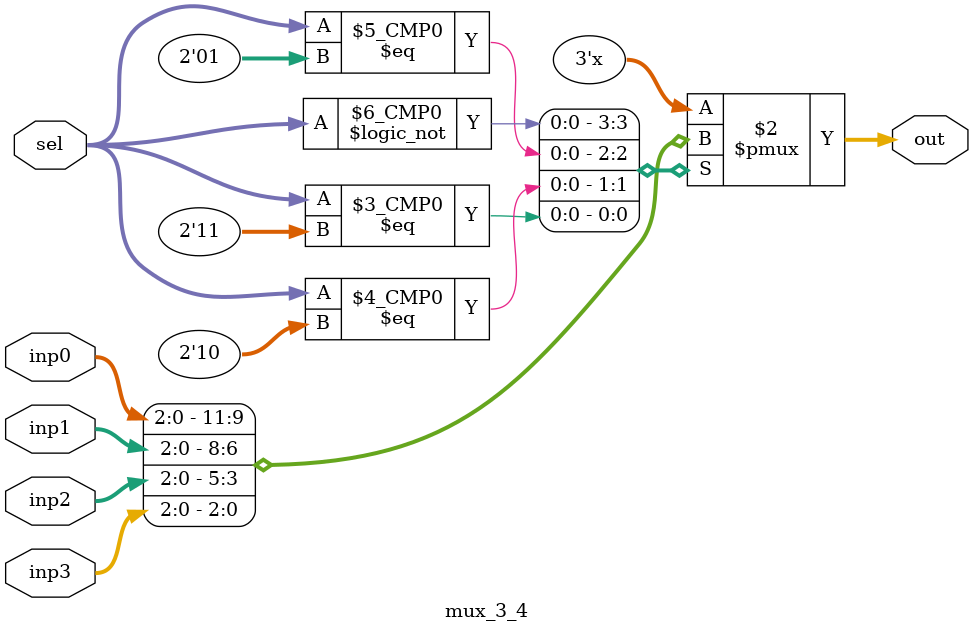
<source format=v>
module mux_3_4(inp0, inp1, inp2, inp3, sel, out);

	output reg [2:0] out;
	input  [2:0] inp0, inp1, inp2, inp3;
	input  [1:0] sel;
	
	always@(inp0 or inp1 or inp2 or inp3 or sel) begin
		case(sel)
			0: out = inp0;
			1: out = inp1;
			2: out = inp2;
			3: out = inp3;
		endcase
	end
	
endmodule
</source>
